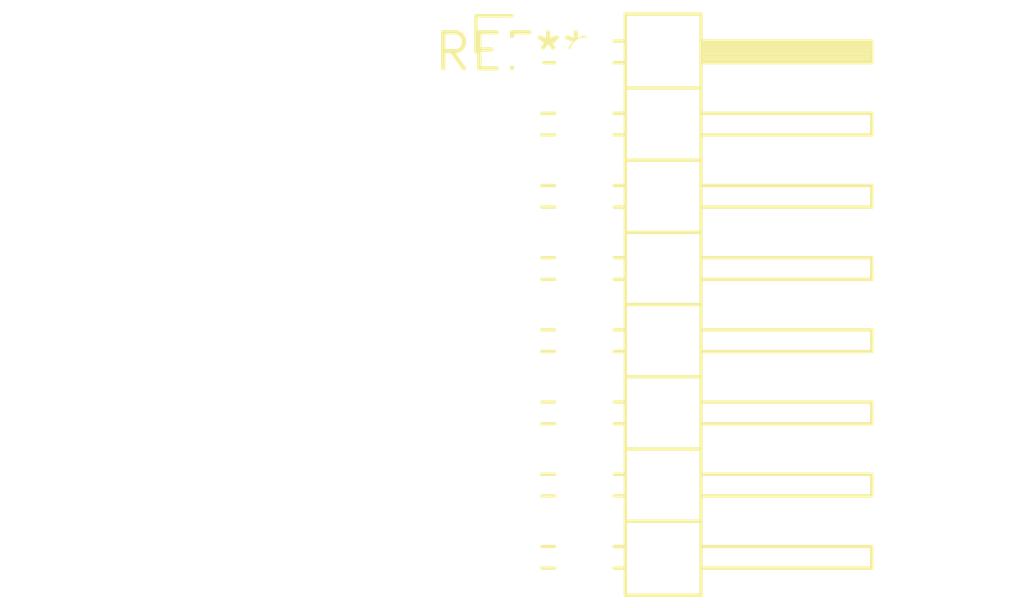
<source format=kicad_pcb>
(kicad_pcb (version 20240108) (generator pcbnew)
  (layers (0 "F.Cu" signal) (31 "B.Cu" signal) (34 "B.Paste" user) (35 "F.Paste" user) (36 "B.SilkS" user "B.Silkscreen") (37 "F.SilkS" user "F.Silkscreen") (38 "B.Mask" user) (39 "F.Mask" user) (44 "Edge.Cuts" user))
  (net 0 "")
  (footprint "PinHeader_2x08_P2.54mm_Horizontal" (layer "F.Cu") (at 0 0)
    (property "Reference" "REF**")
    (property "Value" "PinHeader_2x08_P2.54mm_Horizontal")
    (fp_line (start -1.27 -1.27) (end 0 -1.27) (layer "F.SilkS") (stroke (width 0.12)))
    (fp_line (start -1.27 0) (end -1.27 -1.27) (layer "F.SilkS") (stroke (width 0.12)))
    (fp_line (start 1.042929 2.16) (end 1.497071 2.16) (layer "F.SilkS") (stroke (width 0.12)))
    (fp_line (start 1.042929 2.92) (end 1.497071 2.92) (layer "F.SilkS") (stroke (width 0.12)))
    (fp_line (start 1.042929 4.7) (end 1.497071 4.7) (layer "F.SilkS") (stroke (width 0.12)))
    (fp_line (start 1.042929 5.46) (end 1.497071 5.46) (layer "F.SilkS") (stroke (width 0.12)))
    (fp_line (start 1.042929 7.24) (end 1.497071 7.24) (layer "F.SilkS") (stroke (width 0.12)))
    (fp_line (start 1.042929 8) (end 1.497071 8) (layer "F.SilkS") (stroke (width 0.12)))
    (fp_line (start 1.042929 9.78) (end 1.497071 9.78) (layer "F.SilkS") (stroke (width 0.12)))
    (fp_line (start 1.042929 10.54) (end 1.497071 10.54) (layer "F.SilkS") (stroke (width 0.12)))
    (fp_line (start 1.042929 12.32) (end 1.497071 12.32) (layer "F.SilkS") (stroke (width 0.12)))
    (fp_line (start 1.042929 13.08) (end 1.497071 13.08) (layer "F.SilkS") (stroke (width 0.12)))
    (fp_line (start 1.042929 14.86) (end 1.497071 14.86) (layer "F.SilkS") (stroke (width 0.12)))
    (fp_line (start 1.042929 15.62) (end 1.497071 15.62) (layer "F.SilkS") (stroke (width 0.12)))
    (fp_line (start 1.042929 17.4) (end 1.497071 17.4) (layer "F.SilkS") (stroke (width 0.12)))
    (fp_line (start 1.042929 18.16) (end 1.497071 18.16) (layer "F.SilkS") (stroke (width 0.12)))
    (fp_line (start 1.11 -0.38) (end 1.497071 -0.38) (layer "F.SilkS") (stroke (width 0.12)))
    (fp_line (start 1.11 0.38) (end 1.497071 0.38) (layer "F.SilkS") (stroke (width 0.12)))
    (fp_line (start 3.582929 -0.38) (end 3.98 -0.38) (layer "F.SilkS") (stroke (width 0.12)))
    (fp_line (start 3.582929 0.38) (end 3.98 0.38) (layer "F.SilkS") (stroke (width 0.12)))
    (fp_line (start 3.582929 2.16) (end 3.98 2.16) (layer "F.SilkS") (stroke (width 0.12)))
    (fp_line (start 3.582929 2.92) (end 3.98 2.92) (layer "F.SilkS") (stroke (width 0.12)))
    (fp_line (start 3.582929 4.7) (end 3.98 4.7) (layer "F.SilkS") (stroke (width 0.12)))
    (fp_line (start 3.582929 5.46) (end 3.98 5.46) (layer "F.SilkS") (stroke (width 0.12)))
    (fp_line (start 3.582929 7.24) (end 3.98 7.24) (layer "F.SilkS") (stroke (width 0.12)))
    (fp_line (start 3.582929 8) (end 3.98 8) (layer "F.SilkS") (stroke (width 0.12)))
    (fp_line (start 3.582929 9.78) (end 3.98 9.78) (layer "F.SilkS") (stroke (width 0.12)))
    (fp_line (start 3.582929 10.54) (end 3.98 10.54) (layer "F.SilkS") (stroke (width 0.12)))
    (fp_line (start 3.582929 12.32) (end 3.98 12.32) (layer "F.SilkS") (stroke (width 0.12)))
    (fp_line (start 3.582929 13.08) (end 3.98 13.08) (layer "F.SilkS") (stroke (width 0.12)))
    (fp_line (start 3.582929 14.86) (end 3.98 14.86) (layer "F.SilkS") (stroke (width 0.12)))
    (fp_line (start 3.582929 15.62) (end 3.98 15.62) (layer "F.SilkS") (stroke (width 0.12)))
    (fp_line (start 3.582929 17.4) (end 3.98 17.4) (layer "F.SilkS") (stroke (width 0.12)))
    (fp_line (start 3.582929 18.16) (end 3.98 18.16) (layer "F.SilkS") (stroke (width 0.12)))
    (fp_line (start 3.98 -1.33) (end 3.98 19.11) (layer "F.SilkS") (stroke (width 0.12)))
    (fp_line (start 3.98 1.27) (end 6.64 1.27) (layer "F.SilkS") (stroke (width 0.12)))
    (fp_line (start 3.98 3.81) (end 6.64 3.81) (layer "F.SilkS") (stroke (width 0.12)))
    (fp_line (start 3.98 6.35) (end 6.64 6.35) (layer "F.SilkS") (stroke (width 0.12)))
    (fp_line (start 3.98 8.89) (end 6.64 8.89) (layer "F.SilkS") (stroke (width 0.12)))
    (fp_line (start 3.98 11.43) (end 6.64 11.43) (layer "F.SilkS") (stroke (width 0.12)))
    (fp_line (start 3.98 13.97) (end 6.64 13.97) (layer "F.SilkS") (stroke (width 0.12)))
    (fp_line (start 3.98 16.51) (end 6.64 16.51) (layer "F.SilkS") (stroke (width 0.12)))
    (fp_line (start 3.98 19.11) (end 6.64 19.11) (layer "F.SilkS") (stroke (width 0.12)))
    (fp_line (start 6.64 -1.33) (end 3.98 -1.33) (layer "F.SilkS") (stroke (width 0.12)))
    (fp_line (start 6.64 -0.38) (end 12.64 -0.38) (layer "F.SilkS") (stroke (width 0.12)))
    (fp_line (start 6.64 -0.32) (end 12.64 -0.32) (layer "F.SilkS") (stroke (width 0.12)))
    (fp_line (start 6.64 -0.2) (end 12.64 -0.2) (layer "F.SilkS") (stroke (width 0.12)))
    (fp_line (start 6.64 -0.08) (end 12.64 -0.08) (layer "F.SilkS") (stroke (width 0.12)))
    (fp_line (start 6.64 0.04) (end 12.64 0.04) (layer "F.SilkS") (stroke (width 0.12)))
    (fp_line (start 6.64 0.16) (end 12.64 0.16) (layer "F.SilkS") (stroke (width 0.12)))
    (fp_line (start 6.64 0.28) (end 12.64 0.28) (layer "F.SilkS") (stroke (width 0.12)))
    (fp_line (start 6.64 2.16) (end 12.64 2.16) (layer "F.SilkS") (stroke (width 0.12)))
    (fp_line (start 6.64 4.7) (end 12.64 4.7) (layer "F.SilkS") (stroke (width 0.12)))
    (fp_line (start 6.64 7.24) (end 12.64 7.24) (layer "F.SilkS") (stroke (width 0.12)))
    (fp_line (start 6.64 9.78) (end 12.64 9.78) (layer "F.SilkS") (stroke (width 0.12)))
    (fp_line (start 6.64 12.32) (end 12.64 12.32) (layer "F.SilkS") (stroke (width 0.12)))
    (fp_line (start 6.64 14.86) (end 12.64 14.86) (layer "F.SilkS") (stroke (width 0.12)))
    (fp_line (start 6.64 17.4) (end 12.64 17.4) (layer "F.SilkS") (stroke (width 0.12)))
    (fp_line (start 6.64 19.11) (end 6.64 -1.33) (layer "F.SilkS") (stroke (width 0.12)))
    (fp_line (start 12.64 -0.38) (end 12.64 0.38) (layer "F.SilkS") (stroke (width 0.12)))
    (fp_line (start 12.64 0.38) (end 6.64 0.38) (layer "F.SilkS") (stroke (width 0.12)))
    (fp_line (start 12.64 2.16) (end 12.64 2.92) (layer "F.SilkS") (stroke (width 0.12)))
    (fp_line (start 12.64 2.92) (end 6.64 2.92) (layer "F.SilkS") (stroke (width 0.12)))
    (fp_line (start 12.64 4.7) (end 12.64 5.46) (layer "F.SilkS") (stroke (width 0.12)))
    (fp_line (start 12.64 5.46) (end 6.64 5.46) (layer "F.SilkS") (stroke (width 0.12)))
    (fp_line (start 12.64 7.24) (end 12.64 8) (layer "F.SilkS") (stroke (width 0.12)))
    (fp_line (start 12.64 8) (end 6.64 8) (layer "F.SilkS") (stroke (width 0.12)))
    (fp_line (start 12.64 9.78) (end 12.64 10.54) (layer "F.SilkS") (stroke (width 0.12)))
    (fp_line (start 12.64 10.54) (end 6.64 10.54) (layer "F.SilkS") (stroke (width 0.12)))
    (fp_line (start 12.64 12.32) (end 12.64 13.08) (layer "F.SilkS") (stroke (width 0.12)))
    (fp_line (start 12.64 13.08) (end 6.64 13.08) (layer "F.SilkS") (stroke (width 0.12)))
    (fp_line (start 12.64 14.86) (end 12.64 15.62) (layer "F.SilkS") (stroke (width 0.12)))
    (fp_line (start 12.64 15.62) (end 6.64 15.62) (layer "F.SilkS") (stroke (width 0.12)))
    (fp_line (start 12.64 17.4) (end 12.64 18.16) (layer "F.SilkS") (stroke (width 0.12)))
    (fp_line (start 12.64 18.16) (end 6.64 18.16) (layer "F.SilkS") (stroke (width 0.12)))
    (pad "1" thru_hole rect (at 0 0) (size 1.7 1.7) (drill 1) (layers *.Cu *.Mask) (remove_unused_layers))
    (pad "2" thru_hole oval (at 2.54 0) (size 1.7 1.7) (drill 1) (layers *.Cu *.Mask) (remove_unused_layers))
    (pad "3" thru_hole oval (at 0 2.54) (size 1.7 1.7) (drill 1) (layers *.Cu *.Mask) (remove_unused_layers))
    (pad "4" thru_hole oval (at 2.54 2.54) (size 1.7 1.7) (drill 1) (layers *.Cu *.Mask) (remove_unused_layers))
    (pad "5" thru_hole oval (at 0 5.08) (size 1.7 1.7) (drill 1) (layers *.Cu *.Mask) (remove_unused_layers))
    (pad "6" thru_hole oval (at 2.54 5.08) (size 1.7 1.7) (drill 1) (layers *.Cu *.Mask) (remove_unused_layers))
    (pad "7" thru_hole oval (at 0 7.62) (size 1.7 1.7) (drill 1) (layers *.Cu *.Mask) (remove_unused_layers))
    (pad "8" thru_hole oval (at 2.54 7.62) (size 1.7 1.7) (drill 1) (layers *.Cu *.Mask) (remove_unused_layers))
    (pad "9" thru_hole oval (at 0 10.16) (size 1.7 1.7) (drill 1) (layers *.Cu *.Mask) (remove_unused_layers))
    (pad "10" thru_hole oval (at 2.54 10.16) (size 1.7 1.7) (drill 1) (layers *.Cu *.Mask) (remove_unused_layers))
    (pad "11" thru_hole oval (at 0 12.7) (size 1.7 1.7) (drill 1) (layers *.Cu *.Mask) (remove_unused_layers))
    (pad "12" thru_hole oval (at 2.54 12.7) (size 1.7 1.7) (drill 1) (layers *.Cu *.Mask) (remove_unused_layers))
    (pad "13" thru_hole oval (at 0 15.24) (size 1.7 1.7) (drill 1) (layers *.Cu *.Mask) (remove_unused_layers))
    (pad "14" thru_hole oval (at 2.54 15.24) (size 1.7 1.7) (drill 1) (layers *.Cu *.Mask) (remove_unused_layers))
    (pad "15" thru_hole oval (at 0 17.78) (size 1.7 1.7) (drill 1) (layers *.Cu *.Mask) (remove_unused_layers))
    (pad "16" thru_hole oval (at 2.54 17.78) (size 1.7 1.7) (drill 1) (layers *.Cu *.Mask) (remove_unused_layers))
  )
)
</source>
